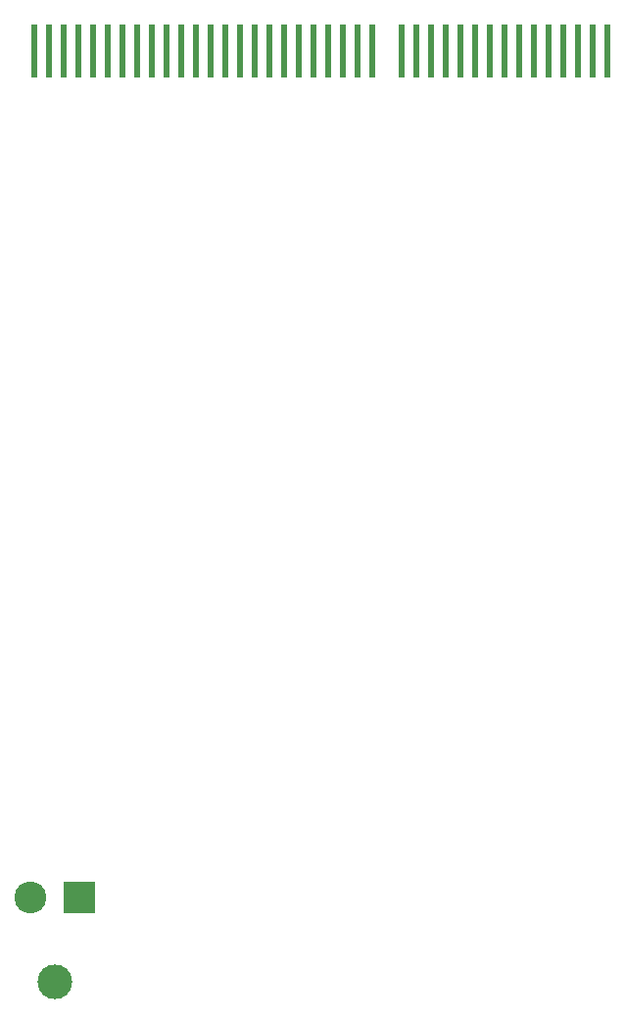
<source format=gbr>
%TF.GenerationSoftware,Altium Limited,Altium Designer,22.9.1 (49)*%
G04 Layer_Color=255*
%FSLAX45Y45*%
%MOMM*%
%TF.SameCoordinates,682DF52B-C038-4893-B781-CD12F227844D*%
%TF.FilePolarity,Positive*%
%TF.FileFunction,Pads,Bot*%
%TF.Part,Single*%
G01*
G75*
%TA.AperFunction,SMDPad,CuDef*%
%ADD26R,0.53000X4.57200*%
%TA.AperFunction,ComponentPad*%
%ADD36C,3.00000*%
%ADD37R,2.75000X2.75000*%
%ADD38C,2.75000*%
D26*
X5238700Y9760000D02*
D03*
X7270700D02*
D03*
X7143700D02*
D03*
X7016700D02*
D03*
X6889700D02*
D03*
X6762700D02*
D03*
X6635700D02*
D03*
X6508700D02*
D03*
X6381700D02*
D03*
X6254700D02*
D03*
X6127700D02*
D03*
X6000700D02*
D03*
X5873700D02*
D03*
X5746700D02*
D03*
X5619700D02*
D03*
X5492700D02*
D03*
X5111700D02*
D03*
X4984700D02*
D03*
X4857700D02*
D03*
X4730700D02*
D03*
X4603700D02*
D03*
X4476700D02*
D03*
X4349700D02*
D03*
X4222700D02*
D03*
X4095700D02*
D03*
X3968700D02*
D03*
X3841700D02*
D03*
X3714700D02*
D03*
X3587700D02*
D03*
X3460700D02*
D03*
X3333700D02*
D03*
X3206700D02*
D03*
X3079700D02*
D03*
X2952700D02*
D03*
X2825700D02*
D03*
X2698700D02*
D03*
X2571700D02*
D03*
X2444700D02*
D03*
X2317700D02*
D03*
D36*
X2500000Y1720000D02*
D03*
D37*
X2710000Y2450000D02*
D03*
D38*
X2290000D02*
D03*
%TF.MD5,74c449be7d9ecf598565be38bf85f3b2*%
M02*

</source>
